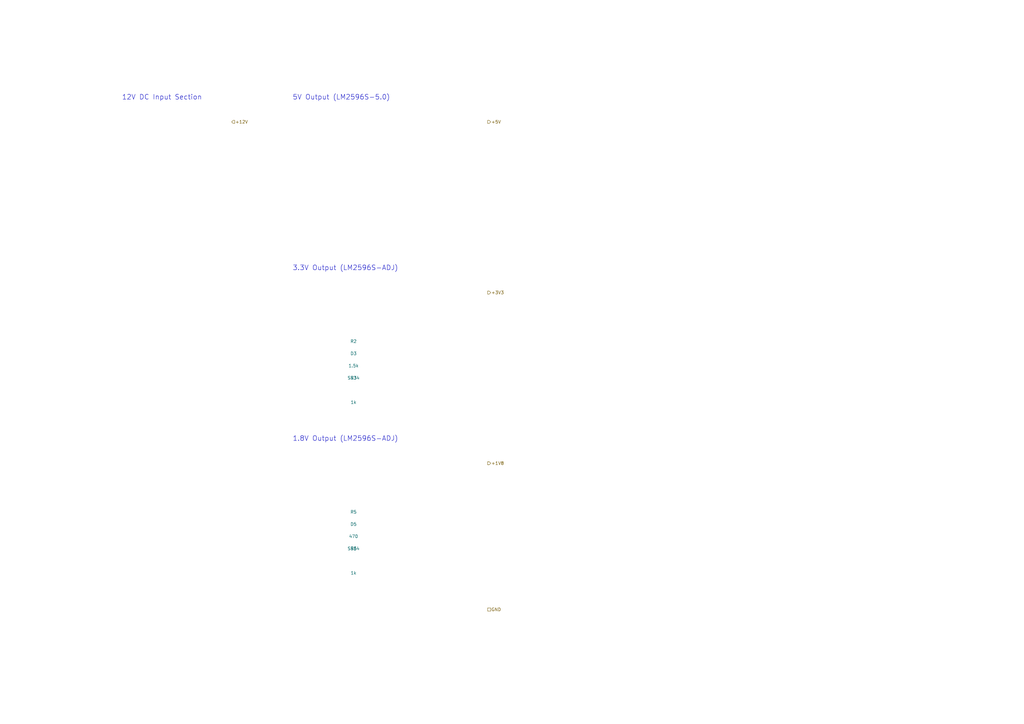
<source format=kicad_sch>
(kicad_sch (version 20231120) (generator "python_script") (generator_version "1.0")
  (paper "A3")
  (title_block (title "Power Supply 2") (date "2024-12-11") (rev "1.0") (company "fcBoard Project") (comment 1 "12V Input, 5V/3.3V/1.8V DC-DC Outputs") (comment 2 "Generated by Python script"))
  (lib_symbols)
  (symbol (lib_id "Connector:Barrel_Jack_Switch") (at 50 60 0) (unit 1)
    (property "Reference" "J1" (at 50 55 0))
    (property "Value" "DC_12V" (at 50 65 0))
    (property "Footprint" "Connector_BarrelJack:BarrelJack_Horizontal" (effects hide))
  )
  (symbol (lib_id "Device:CP") (at 80 70 0) (unit 1)
    (property "Reference" "C1" (at 80 65 0))
    (property "Value" "470uF" (at 80 75 0))
    (property "Footprint" "Capacitor_SMD:CP_Elec_10x10.5" (effects hide))
  )
  (symbol (lib_id "power:+12V") (at 90 50 0) (unit 1)
    (property "Reference" "#PWR" (effects hide))
    (property "Value" "+12V" (at 90 47 0))
  )
  (symbol (lib_id "power:GND") (at 80 85 0) (unit 1)
    (property "Reference" "#PWR" (effects hide))
    (property "Value" "GND" (at 80 82 0))
  )
  (symbol (lib_id "Regulator_Switching:LM2596S-5") (at 130 60 0) (unit 1)
    (property "Reference" "U1" (at 130 55 0))
    (property "Value" "LM2596S-5.0" (at 130 65 0))
    (property "Footprint" "Package_TO_SOT_SMD:TO-263-5_TabPin3" (effects hide))
  )
  (symbol (lib_id "Device:C") (at 110 75 0) (unit 1)
    (property "Reference" "C2" (at 110 70 0))
    (property "Value" "100uF" (at 110 80 0))
    (property "Footprint" "Capacitor_SMD:C_1206_3216Metric" (effects hide))
  )
  (symbol (lib_id "Device:D_Schottky") (at 145 80 0) (unit 1)
    (property "Reference" "D1" (at 145 75 0))
    (property "Value" "SS34" (at 145 85 0))
    (property "Footprint" "Diode_SMD:D_SMA" (effects hide))
  )
  (symbol (lib_id "Device:L") (at 160 55 0) (unit 1)
    (property "Reference" "L1" (at 160 50 0))
    (property "Value" "33uH" (at 160 60 0))
    (property "Footprint" "Inductor_SMD:L_12x12mm_H8mm" (effects hide))
  )
  (symbol (lib_id "Device:CP") (at 175 70 0) (unit 1)
    (property "Reference" "C3" (at 175 65 0))
    (property "Value" "220uF" (at 175 75 0))
    (property "Footprint" "Capacitor_SMD:CP_Elec_8x10.5" (effects hide))
  )
  (symbol (lib_id "Device:LED") (at 190 75 0) (unit 1)
    (property "Reference" "D2" (at 190 70 0))
    (property "Value" "GREEN" (at 190 80 0))
    (property "Footprint" "LED_SMD:LED_0603_1608Metric" (effects hide))
  )
  (symbol (lib_id "Device:R") (at 190 60 0) (unit 1)
    (property "Reference" "R1" (at 190 55 0))
    (property "Value" "1k" (at 190 65 0))
    (property "Footprint" "Resistor_SMD:R_0402_1005Metric" (effects hide))
  )
  (symbol (lib_id "power:+5V") (at 175 45 0) (unit 1)
    (property "Reference" "#PWR" (effects hide))
    (property "Value" "+5V" (at 175 42 0))
  )
  (symbol (lib_id "power:GND") (at 130 85 0) (unit 1)
    (property "Reference" "#PWR" (effects hide))
    (property "Value" "GND" (at 130 82 0))
  )
  (symbol (lib_id "power:GND") (at 175 85 0) (unit 1)
    (property "Reference" "#PWR" (effects hide))
    (property "Value" "GND" (at 175 82 0))
  )
  (symbol (lib_id "Regulator_Switching:LM2596S-ADJ") (at 130 130 0) (unit 1)
    (property "Reference" "U2" (at 130 125 0))
    (property "Value" "LM2596S-ADJ" (at 130 135 0))
    (property "Footprint" "Package_TO_SOT_SMD:TO-263-5_TabPin3" (effects hide))
  )
  (symbol (lib_id "Device:R") (at 145 145 0) (unit 1)
    (property "Reference" "R2" (at 145 140 0))
    (property "Value" "1.5k" (at 145 150 0))
    (property "Footprint" "Resistor_SMD:R_0402_1005Metric" (effects hide))
  )
  (symbol (lib_id "Device:R") (at 145 160 0) (unit 1)
    (property "Reference" "R3" (at 145 155 0))
    (property "Value" "1k" (at 145 165 0))
    (property "Footprint" "Resistor_SMD:R_0402_1005Metric" (effects hide))
  )
  (symbol (lib_id "Device:C") (at 110 145 0) (unit 1)
    (property "Reference" "C4" (at 110 140 0))
    (property "Value" "100uF" (at 110 150 0))
    (property "Footprint" "Capacitor_SMD:C_1206_3216Metric" (effects hide))
  )
  (symbol (lib_id "Device:D_Schottky") (at 145 150 0) (unit 1)
    (property "Reference" "D3" (at 145 145 0))
    (property "Value" "SS34" (at 145 155 0))
    (property "Footprint" "Diode_SMD:D_SMA" (effects hide))
  )
  (symbol (lib_id "Device:L") (at 160 125 0) (unit 1)
    (property "Reference" "L2" (at 160 120 0))
    (property "Value" "33uH" (at 160 130 0))
    (property "Footprint" "Inductor_SMD:L_12x12mm_H8mm" (effects hide))
  )
  (symbol (lib_id "Device:CP") (at 175 140 0) (unit 1)
    (property "Reference" "C5" (at 175 135 0))
    (property "Value" "220uF" (at 175 145 0))
    (property "Footprint" "Capacitor_SMD:CP_Elec_8x10.5" (effects hide))
  )
  (symbol (lib_id "Device:LED") (at 190 145 0) (unit 1)
    (property "Reference" "D4" (at 190 140 0))
    (property "Value" "YELLOW" (at 190 150 0))
    (property "Footprint" "LED_SMD:LED_0603_1608Metric" (effects hide))
  )
  (symbol (lib_id "Device:R") (at 190 130 0) (unit 1)
    (property "Reference" "R4" (at 190 125 0))
    (property "Value" "470" (at 190 135 0))
    (property "Footprint" "Resistor_SMD:R_0402_1005Metric" (effects hide))
  )
  (symbol (lib_id "power:+3V3") (at 175 115 0) (unit 1)
    (property "Reference" "#PWR" (effects hide))
    (property "Value" "+3V3" (at 175 112 0))
  )
  (symbol (lib_id "power:GND") (at 130 155 0) (unit 1)
    (property "Reference" "#PWR" (effects hide))
    (property "Value" "GND" (at 130 152 0))
  )
  (symbol (lib_id "power:GND") (at 145 175 0) (unit 1)
    (property "Reference" "#PWR" (effects hide))
    (property "Value" "GND" (at 145 172 0))
  )
  (symbol (lib_id "power:GND") (at 175 155 0) (unit 1)
    (property "Reference" "#PWR" (effects hide))
    (property "Value" "GND" (at 175 152 0))
  )
  (symbol (lib_id "Regulator_Switching:LM2596S-ADJ") (at 130 200 0) (unit 1)
    (property "Reference" "U3" (at 130 195 0))
    (property "Value" "LM2596S-ADJ" (at 130 205 0))
    (property "Footprint" "Package_TO_SOT_SMD:TO-263-5_TabPin3" (effects hide))
  )
  (symbol (lib_id "Device:R") (at 145 215 0) (unit 1)
    (property "Reference" "R5" (at 145 210 0))
    (property "Value" "470" (at 145 220 0))
    (property "Footprint" "Resistor_SMD:R_0402_1005Metric" (effects hide))
  )
  (symbol (lib_id "Device:R") (at 145 230 0) (unit 1)
    (property "Reference" "R6" (at 145 225 0))
    (property "Value" "1k" (at 145 235 0))
    (property "Footprint" "Resistor_SMD:R_0402_1005Metric" (effects hide))
  )
  (symbol (lib_id "Device:C") (at 110 215 0) (unit 1)
    (property "Reference" "C6" (at 110 210 0))
    (property "Value" "100uF" (at 110 220 0))
    (property "Footprint" "Capacitor_SMD:C_1206_3216Metric" (effects hide))
  )
  (symbol (lib_id "Device:D_Schottky") (at 145 220 0) (unit 1)
    (property "Reference" "D5" (at 145 215 0))
    (property "Value" "SS34" (at 145 225 0))
    (property "Footprint" "Diode_SMD:D_SMA" (effects hide))
  )
  (symbol (lib_id "Device:L") (at 160 195 0) (unit 1)
    (property "Reference" "L3" (at 160 190 0))
    (property "Value" "33uH" (at 160 200 0))
    (property "Footprint" "Inductor_SMD:L_12x12mm_H8mm" (effects hide))
  )
  (symbol (lib_id "Device:CP") (at 175 210 0) (unit 1)
    (property "Reference" "C7" (at 175 205 0))
    (property "Value" "220uF" (at 175 215 0))
    (property "Footprint" "Capacitor_SMD:CP_Elec_8x10.5" (effects hide))
  )
  (symbol (lib_id "Device:LED") (at 190 215 0) (unit 1)
    (property "Reference" "D6" (at 190 210 0))
    (property "Value" "RED" (at 190 220 0))
    (property "Footprint" "LED_SMD:LED_0603_1608Metric" (effects hide))
  )
  (symbol (lib_id "Device:R") (at 190 200 0) (unit 1)
    (property "Reference" "R7" (at 190 195 0))
    (property "Value" "330" (at 190 205 0))
    (property "Footprint" "Resistor_SMD:R_0402_1005Metric" (effects hide))
  )
  (symbol (lib_id "power:+1V8") (at 175 185 0) (unit 1)
    (property "Reference" "#PWR" (effects hide))
    (property "Value" "+1V8" (at 175 182 0))
  )
  (symbol (lib_id "power:GND") (at 130 225 0) (unit 1)
    (property "Reference" "#PWR" (effects hide))
    (property "Value" "GND" (at 130 222 0))
  )
  (symbol (lib_id "power:GND") (at 145 245 0) (unit 1)
    (property "Reference" "#PWR" (effects hide))
    (property "Value" "GND" (at 145 242 0))
  )
  (symbol (lib_id "power:GND") (at 175 225 0) (unit 1)
    (property "Reference" "#PWR" (effects hide))
    (property "Value" "GND" (at 175 222 0))
  )
  (hierarchical_label "+12V" (shape input) (at 95 50 0))
  (hierarchical_label "+5V" (shape output) (at 200 50 0))
  (hierarchical_label "+3V3" (shape output) (at 200 120 0))
  (hierarchical_label "+1V8" (shape output) (at 200 190 0))
  (hierarchical_label "GND" (shape passive) (at 200 250 0))
  (text "12V DC Input Section" (at 50 40 0) (effects (font (size 2 2)) (justify left)))
  (text "5V Output (LM2596S-5.0)" (at 120 40 0) (effects (font (size 2 2)) (justify left)))
  (text "3.3V Output (LM2596S-ADJ)" (at 120 110 0) (effects (font (size 2 2)) (justify left)))
  (text "1.8V Output (LM2596S-ADJ)" (at 120 180 0) (effects (font (size 2 2)) (justify left)))
)
</source>
